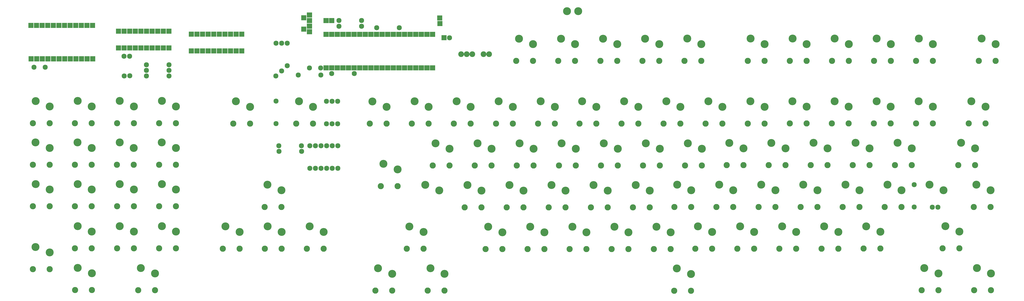
<source format=gbr>
%FSLAX34Y34*%
%MOMM*%
%LNSOLDERMASK_TOP*%
G71*
G01*
%ADD10C,3.600*%
%ADD11C,2.800*%
%ADD12C,2.300*%
%ADD13C,2.600*%
%LPD*%
X3129756Y-43255D02*
G54D10*
D03*
X3193653Y-68258D02*
G54D10*
D03*
X3193653Y-144458D02*
G54D11*
D03*
X3117453Y-144458D02*
G54D11*
D03*
X3320470Y-43199D02*
G54D10*
D03*
X3384366Y-68203D02*
G54D10*
D03*
X3384366Y-144402D02*
G54D11*
D03*
X3308166Y-144402D02*
G54D11*
D03*
X3320470Y-43199D02*
G54D10*
D03*
X3384366Y-68203D02*
G54D10*
D03*
X3384366Y-144402D02*
G54D11*
D03*
X3308166Y-144402D02*
G54D11*
D03*
X3511182Y-43144D02*
G54D10*
D03*
X3575079Y-68147D02*
G54D10*
D03*
X3575079Y-144347D02*
G54D11*
D03*
X3498879Y-144347D02*
G54D11*
D03*
X3511182Y-43144D02*
G54D10*
D03*
X3575079Y-68147D02*
G54D10*
D03*
X3575079Y-144347D02*
G54D11*
D03*
X3498879Y-144347D02*
G54D11*
D03*
X3701896Y-43089D02*
G54D10*
D03*
X3765792Y-68092D02*
G54D10*
D03*
X3765792Y-144292D02*
G54D11*
D03*
X3689592Y-144292D02*
G54D11*
D03*
X3701896Y-43089D02*
G54D10*
D03*
X3765792Y-68092D02*
G54D10*
D03*
X3765792Y-144292D02*
G54D11*
D03*
X3689592Y-144292D02*
G54D11*
D03*
X3892609Y-43033D02*
G54D10*
D03*
X3956505Y-68036D02*
G54D10*
D03*
X3956505Y-144236D02*
G54D11*
D03*
X3880305Y-144236D02*
G54D11*
D03*
X3129756Y-43255D02*
G54D10*
D03*
X3193653Y-68258D02*
G54D10*
D03*
X3193653Y-144458D02*
G54D11*
D03*
X3117453Y-144458D02*
G54D11*
D03*
X3129756Y-43255D02*
G54D10*
D03*
X3193653Y-68258D02*
G54D10*
D03*
X3193653Y-144458D02*
G54D11*
D03*
X3117453Y-144458D02*
G54D11*
D03*
X3320470Y-43200D02*
G54D10*
D03*
X3384366Y-68203D02*
G54D10*
D03*
X3384366Y-144403D02*
G54D11*
D03*
X3308166Y-144403D02*
G54D11*
D03*
X2178786Y-45064D02*
G54D10*
D03*
X2242682Y-70067D02*
G54D10*
D03*
X2242682Y-146267D02*
G54D11*
D03*
X2166482Y-146267D02*
G54D11*
D03*
X2369499Y-45009D02*
G54D10*
D03*
X2433396Y-70012D02*
G54D10*
D03*
X2433396Y-146212D02*
G54D11*
D03*
X2357196Y-146212D02*
G54D11*
D03*
X2369499Y-45009D02*
G54D10*
D03*
X2433396Y-70012D02*
G54D10*
D03*
X2433396Y-146212D02*
G54D11*
D03*
X2357196Y-146212D02*
G54D11*
D03*
X2560212Y-44953D02*
G54D10*
D03*
X2624108Y-69956D02*
G54D10*
D03*
X2624108Y-146156D02*
G54D11*
D03*
X2547908Y-146156D02*
G54D11*
D03*
X2560212Y-44953D02*
G54D10*
D03*
X2624108Y-69956D02*
G54D10*
D03*
X2624108Y-146156D02*
G54D11*
D03*
X2547908Y-146156D02*
G54D11*
D03*
X2750925Y-44898D02*
G54D10*
D03*
X2814822Y-69901D02*
G54D10*
D03*
X2814822Y-146101D02*
G54D11*
D03*
X2738622Y-146101D02*
G54D11*
D03*
X2750925Y-44898D02*
G54D10*
D03*
X2814822Y-69901D02*
G54D10*
D03*
X2814822Y-146101D02*
G54D11*
D03*
X2738622Y-146101D02*
G54D11*
D03*
X2941638Y-44842D02*
G54D10*
D03*
X3005534Y-69846D02*
G54D10*
D03*
X3005534Y-146046D02*
G54D11*
D03*
X2929334Y-146046D02*
G54D11*
D03*
X2178786Y-45064D02*
G54D10*
D03*
X2242682Y-70068D02*
G54D10*
D03*
X2242682Y-146267D02*
G54D11*
D03*
X2166482Y-146267D02*
G54D11*
D03*
X2178786Y-45064D02*
G54D10*
D03*
X2242682Y-70068D02*
G54D10*
D03*
X2242682Y-146267D02*
G54D11*
D03*
X2166482Y-146267D02*
G54D11*
D03*
X2369499Y-45009D02*
G54D10*
D03*
X2433396Y-70012D02*
G54D10*
D03*
X2433396Y-146212D02*
G54D11*
D03*
X2357196Y-146212D02*
G54D11*
D03*
X3034052Y-234770D02*
G54D10*
D03*
X3097948Y-259774D02*
G54D10*
D03*
X3097948Y-335974D02*
G54D11*
D03*
X3021748Y-335974D02*
G54D11*
D03*
X3034052Y-234770D02*
G54D10*
D03*
X3097948Y-259774D02*
G54D10*
D03*
X3097948Y-335974D02*
G54D11*
D03*
X3021748Y-335974D02*
G54D11*
D03*
X3034052Y-234770D02*
G54D10*
D03*
X3097948Y-259774D02*
G54D10*
D03*
X3097948Y-335974D02*
G54D11*
D03*
X3021748Y-335974D02*
G54D11*
D03*
X3035197Y146349D02*
G54D10*
D03*
X3099094Y121346D02*
G54D10*
D03*
X3099094Y45146D02*
G54D11*
D03*
X3022894Y45146D02*
G54D11*
D03*
X3225910Y146404D02*
G54D10*
D03*
X3289806Y121401D02*
G54D10*
D03*
X3289806Y45201D02*
G54D11*
D03*
X3213606Y45201D02*
G54D11*
D03*
X3225910Y146404D02*
G54D10*
D03*
X3289806Y121401D02*
G54D10*
D03*
X3289806Y45201D02*
G54D11*
D03*
X3213606Y45201D02*
G54D11*
D03*
X3416623Y146460D02*
G54D10*
D03*
X3480520Y121456D02*
G54D10*
D03*
X3480520Y45256D02*
G54D11*
D03*
X3404320Y45256D02*
G54D11*
D03*
X3416623Y146460D02*
G54D10*
D03*
X3480520Y121456D02*
G54D10*
D03*
X3480520Y45256D02*
G54D11*
D03*
X3404320Y45256D02*
G54D11*
D03*
X3607336Y146515D02*
G54D10*
D03*
X3671232Y121512D02*
G54D10*
D03*
X3671232Y45312D02*
G54D11*
D03*
X3595032Y45312D02*
G54D11*
D03*
X3607336Y146515D02*
G54D10*
D03*
X3671232Y121512D02*
G54D10*
D03*
X3671232Y45312D02*
G54D11*
D03*
X3595032Y45312D02*
G54D11*
D03*
X3798049Y146570D02*
G54D10*
D03*
X3861946Y121567D02*
G54D10*
D03*
X3861946Y45367D02*
G54D11*
D03*
X3785746Y45367D02*
G54D11*
D03*
X3035197Y146349D02*
G54D10*
D03*
X3099094Y121346D02*
G54D10*
D03*
X3099094Y45146D02*
G54D11*
D03*
X3022894Y45146D02*
G54D11*
D03*
X3035197Y146349D02*
G54D10*
D03*
X3099094Y121346D02*
G54D10*
D03*
X3099094Y45146D02*
G54D11*
D03*
X3022894Y45146D02*
G54D11*
D03*
X3225910Y146404D02*
G54D10*
D03*
X3289806Y121401D02*
G54D10*
D03*
X3289806Y45201D02*
G54D11*
D03*
X3213606Y45201D02*
G54D11*
D03*
X2084226Y144539D02*
G54D10*
D03*
X2148123Y119536D02*
G54D10*
D03*
X2148123Y43336D02*
G54D11*
D03*
X2071923Y43336D02*
G54D11*
D03*
X2274939Y144595D02*
G54D10*
D03*
X2338836Y119592D02*
G54D10*
D03*
X2338836Y43392D02*
G54D11*
D03*
X2262636Y43392D02*
G54D11*
D03*
X2274939Y144595D02*
G54D10*
D03*
X2338836Y119592D02*
G54D10*
D03*
X2338836Y43392D02*
G54D11*
D03*
X2262636Y43392D02*
G54D11*
D03*
X2465652Y144650D02*
G54D10*
D03*
X2529549Y119647D02*
G54D10*
D03*
X2529549Y43447D02*
G54D11*
D03*
X2453349Y43447D02*
G54D11*
D03*
X2465652Y144650D02*
G54D10*
D03*
X2529549Y119647D02*
G54D10*
D03*
X2529549Y43447D02*
G54D11*
D03*
X2453349Y43447D02*
G54D11*
D03*
X2656365Y144706D02*
G54D10*
D03*
X2720262Y119703D02*
G54D10*
D03*
X2720262Y43502D02*
G54D11*
D03*
X2644062Y43502D02*
G54D11*
D03*
X2656365Y144706D02*
G54D10*
D03*
X2720262Y119703D02*
G54D10*
D03*
X2720262Y43502D02*
G54D11*
D03*
X2644062Y43502D02*
G54D11*
D03*
X2847078Y144761D02*
G54D10*
D03*
X2910975Y119758D02*
G54D10*
D03*
X2910975Y43558D02*
G54D11*
D03*
X2834775Y43558D02*
G54D11*
D03*
X2084226Y144539D02*
G54D10*
D03*
X2148123Y119536D02*
G54D10*
D03*
X2148123Y43336D02*
G54D11*
D03*
X2071923Y43336D02*
G54D11*
D03*
X2084226Y144539D02*
G54D10*
D03*
X2148123Y119536D02*
G54D10*
D03*
X2148123Y43336D02*
G54D11*
D03*
X2071923Y43336D02*
G54D11*
D03*
X2274939Y144595D02*
G54D10*
D03*
X2338836Y119592D02*
G54D10*
D03*
X2338836Y43392D02*
G54D11*
D03*
X2262636Y43392D02*
G54D11*
D03*
X3271838Y336554D02*
G54D10*
D03*
X3335734Y311551D02*
G54D10*
D03*
X3335734Y235351D02*
G54D11*
D03*
X3259534Y235351D02*
G54D11*
D03*
X3462551Y336610D02*
G54D10*
D03*
X3526448Y311607D02*
G54D10*
D03*
X3526448Y235407D02*
G54D11*
D03*
X3450248Y235407D02*
G54D11*
D03*
X3462551Y336610D02*
G54D10*
D03*
X3526448Y311607D02*
G54D10*
D03*
X3526448Y235407D02*
G54D11*
D03*
X3450248Y235407D02*
G54D11*
D03*
X3653264Y336665D02*
G54D10*
D03*
X3717160Y311662D02*
G54D10*
D03*
X3717160Y235462D02*
G54D11*
D03*
X3640960Y235462D02*
G54D11*
D03*
X3653264Y336665D02*
G54D10*
D03*
X3717160Y311662D02*
G54D10*
D03*
X3717160Y235462D02*
G54D11*
D03*
X3640960Y235462D02*
G54D11*
D03*
X3843978Y336721D02*
G54D10*
D03*
X3907874Y311718D02*
G54D10*
D03*
X3907874Y235518D02*
G54D11*
D03*
X3831674Y235518D02*
G54D11*
D03*
X3843978Y336721D02*
G54D10*
D03*
X3907874Y311718D02*
G54D10*
D03*
X3907874Y235518D02*
G54D11*
D03*
X3831674Y235518D02*
G54D11*
D03*
X4034691Y336776D02*
G54D10*
D03*
X4098587Y311773D02*
G54D10*
D03*
X4098587Y235573D02*
G54D11*
D03*
X4022387Y235573D02*
G54D11*
D03*
X3271838Y336554D02*
G54D10*
D03*
X3335734Y311551D02*
G54D10*
D03*
X3335734Y235351D02*
G54D11*
D03*
X3259534Y235351D02*
G54D11*
D03*
X3271838Y336554D02*
G54D10*
D03*
X3335734Y311551D02*
G54D10*
D03*
X3335734Y235351D02*
G54D11*
D03*
X3259534Y235351D02*
G54D11*
D03*
X3462551Y336610D02*
G54D10*
D03*
X3526448Y311607D02*
G54D10*
D03*
X3526448Y235407D02*
G54D11*
D03*
X3450248Y235407D02*
G54D11*
D03*
X2320867Y334745D02*
G54D10*
D03*
X2384764Y309742D02*
G54D10*
D03*
X2384764Y233542D02*
G54D11*
D03*
X2308564Y233542D02*
G54D11*
D03*
X2511580Y334801D02*
G54D10*
D03*
X2575477Y309797D02*
G54D10*
D03*
X2575477Y233598D02*
G54D11*
D03*
X2499277Y233598D02*
G54D11*
D03*
X2511580Y334801D02*
G54D10*
D03*
X2575477Y309797D02*
G54D10*
D03*
X2575477Y233598D02*
G54D11*
D03*
X2499277Y233598D02*
G54D11*
D03*
X2702293Y334856D02*
G54D10*
D03*
X2766190Y309853D02*
G54D10*
D03*
X2766190Y233653D02*
G54D11*
D03*
X2689990Y233653D02*
G54D11*
D03*
X2702293Y334856D02*
G54D10*
D03*
X2766190Y309853D02*
G54D10*
D03*
X2766190Y233653D02*
G54D11*
D03*
X2689990Y233653D02*
G54D11*
D03*
X2893006Y334911D02*
G54D10*
D03*
X2956903Y309908D02*
G54D10*
D03*
X2956903Y233708D02*
G54D11*
D03*
X2880703Y233708D02*
G54D11*
D03*
X2893006Y334911D02*
G54D10*
D03*
X2956903Y309908D02*
G54D10*
D03*
X2956903Y233708D02*
G54D11*
D03*
X2880703Y233708D02*
G54D11*
D03*
X3083719Y334967D02*
G54D10*
D03*
X3147616Y309964D02*
G54D10*
D03*
X3147616Y233764D02*
G54D11*
D03*
X3071416Y233764D02*
G54D11*
D03*
X2320867Y334745D02*
G54D10*
D03*
X2384764Y309742D02*
G54D10*
D03*
X2384764Y233542D02*
G54D11*
D03*
X2308564Y233542D02*
G54D11*
D03*
X2320867Y334745D02*
G54D10*
D03*
X2384764Y309742D02*
G54D10*
D03*
X2384764Y233542D02*
G54D11*
D03*
X2308564Y233542D02*
G54D11*
D03*
X2511580Y334800D02*
G54D10*
D03*
X2575477Y309797D02*
G54D10*
D03*
X2575477Y233597D02*
G54D11*
D03*
X2499277Y233597D02*
G54D11*
D03*
X1939441Y334634D02*
G54D10*
D03*
X2003338Y309631D02*
G54D10*
D03*
X2003338Y233431D02*
G54D11*
D03*
X1927138Y233431D02*
G54D11*
D03*
X1939441Y334634D02*
G54D10*
D03*
X2003338Y309631D02*
G54D10*
D03*
X2003338Y233431D02*
G54D11*
D03*
X1927138Y233431D02*
G54D11*
D03*
X2130154Y334690D02*
G54D10*
D03*
X2194051Y309686D02*
G54D10*
D03*
X2194051Y233486D02*
G54D11*
D03*
X2117851Y233486D02*
G54D11*
D03*
X2130154Y334690D02*
G54D10*
D03*
X2194051Y309686D02*
G54D10*
D03*
X2194051Y233486D02*
G54D11*
D03*
X2117851Y233486D02*
G54D11*
D03*
X2320867Y334745D02*
G54D10*
D03*
X2384764Y309742D02*
G54D10*
D03*
X2384764Y233542D02*
G54D11*
D03*
X2308564Y233542D02*
G54D11*
D03*
X2320867Y334745D02*
G54D10*
D03*
X2384764Y309742D02*
G54D10*
D03*
X2384764Y233542D02*
G54D11*
D03*
X2308564Y233542D02*
G54D11*
D03*
X1939441Y334634D02*
G54D10*
D03*
X2003338Y309631D02*
G54D10*
D03*
X2003338Y233431D02*
G54D11*
D03*
X1927138Y233431D02*
G54D11*
D03*
X3558198Y525919D02*
G54D10*
D03*
X3622094Y500916D02*
G54D10*
D03*
X3622094Y424716D02*
G54D11*
D03*
X3545894Y424716D02*
G54D11*
D03*
X3558198Y525919D02*
G54D10*
D03*
X3622094Y500916D02*
G54D10*
D03*
X3622094Y424716D02*
G54D11*
D03*
X3545894Y424716D02*
G54D11*
D03*
X3748910Y525975D02*
G54D10*
D03*
X3812807Y500972D02*
G54D10*
D03*
X3812807Y424772D02*
G54D11*
D03*
X3736607Y424772D02*
G54D11*
D03*
X3748910Y525975D02*
G54D10*
D03*
X3812807Y500972D02*
G54D10*
D03*
X3812807Y424772D02*
G54D11*
D03*
X3736607Y424772D02*
G54D11*
D03*
X3939624Y526030D02*
G54D10*
D03*
X4003521Y501027D02*
G54D10*
D03*
X4003521Y424827D02*
G54D11*
D03*
X3927321Y424827D02*
G54D11*
D03*
X3939624Y526030D02*
G54D10*
D03*
X4003521Y501027D02*
G54D10*
D03*
X4003521Y424827D02*
G54D11*
D03*
X3927321Y424827D02*
G54D11*
D03*
X4130338Y526086D02*
G54D10*
D03*
X4194234Y501082D02*
G54D10*
D03*
X4194234Y424882D02*
G54D11*
D03*
X4118034Y424882D02*
G54D11*
D03*
X3367484Y525864D02*
G54D10*
D03*
X3431381Y500861D02*
G54D10*
D03*
X3431381Y424661D02*
G54D11*
D03*
X3355181Y424661D02*
G54D11*
D03*
X3367484Y525864D02*
G54D10*
D03*
X3431381Y500861D02*
G54D10*
D03*
X3431381Y424661D02*
G54D11*
D03*
X3355181Y424661D02*
G54D11*
D03*
X3558198Y525919D02*
G54D10*
D03*
X3622094Y500916D02*
G54D10*
D03*
X3622094Y424716D02*
G54D11*
D03*
X3545894Y424716D02*
G54D11*
D03*
X2795345Y525698D02*
G54D10*
D03*
X2859242Y500694D02*
G54D10*
D03*
X2859242Y424494D02*
G54D11*
D03*
X2783042Y424494D02*
G54D11*
D03*
X2795345Y525698D02*
G54D10*
D03*
X2859242Y500694D02*
G54D10*
D03*
X2859242Y424494D02*
G54D11*
D03*
X2783042Y424494D02*
G54D11*
D03*
X2986058Y525753D02*
G54D10*
D03*
X3049954Y500750D02*
G54D10*
D03*
X3049954Y424550D02*
G54D11*
D03*
X2973754Y424550D02*
G54D11*
D03*
X2986058Y525753D02*
G54D10*
D03*
X3049954Y500750D02*
G54D10*
D03*
X3049954Y424550D02*
G54D11*
D03*
X2973754Y424550D02*
G54D11*
D03*
X3176772Y525808D02*
G54D10*
D03*
X3240668Y500805D02*
G54D10*
D03*
X3240668Y424605D02*
G54D11*
D03*
X3164468Y424605D02*
G54D11*
D03*
X3176772Y525808D02*
G54D10*
D03*
X3240668Y500805D02*
G54D10*
D03*
X3240668Y424605D02*
G54D11*
D03*
X3164468Y424605D02*
G54D11*
D03*
X3367485Y525864D02*
G54D10*
D03*
X3431381Y500861D02*
G54D10*
D03*
X3431381Y424661D02*
G54D11*
D03*
X3355181Y424661D02*
G54D11*
D03*
X2604632Y525642D02*
G54D10*
D03*
X2668528Y500639D02*
G54D10*
D03*
X2668528Y424439D02*
G54D11*
D03*
X2592328Y424439D02*
G54D11*
D03*
X2604632Y525642D02*
G54D10*
D03*
X2668528Y500639D02*
G54D10*
D03*
X2668528Y424439D02*
G54D11*
D03*
X2592328Y424439D02*
G54D11*
D03*
X2795345Y525698D02*
G54D10*
D03*
X2859242Y500694D02*
G54D10*
D03*
X2859242Y424494D02*
G54D11*
D03*
X2783042Y424494D02*
G54D11*
D03*
X1844770Y525476D02*
G54D10*
D03*
X1908667Y500472D02*
G54D10*
D03*
X1908667Y424273D02*
G54D11*
D03*
X1832467Y424273D02*
G54D11*
D03*
X1844770Y525476D02*
G54D10*
D03*
X1908667Y500472D02*
G54D10*
D03*
X1908667Y424273D02*
G54D11*
D03*
X1832467Y424273D02*
G54D11*
D03*
X2035483Y525531D02*
G54D10*
D03*
X2099380Y500528D02*
G54D10*
D03*
X2099380Y424328D02*
G54D11*
D03*
X2023180Y424328D02*
G54D11*
D03*
X2035483Y525531D02*
G54D10*
D03*
X2099380Y500528D02*
G54D10*
D03*
X2099380Y424328D02*
G54D11*
D03*
X2023180Y424328D02*
G54D11*
D03*
X2226197Y525586D02*
G54D10*
D03*
X2290093Y500584D02*
G54D10*
D03*
X2290093Y424383D02*
G54D11*
D03*
X2213894Y424383D02*
G54D11*
D03*
X2226197Y525586D02*
G54D10*
D03*
X2290093Y500584D02*
G54D10*
D03*
X2290093Y424383D02*
G54D11*
D03*
X2213894Y424383D02*
G54D11*
D03*
X2416910Y525642D02*
G54D10*
D03*
X2480806Y500639D02*
G54D10*
D03*
X2480806Y424439D02*
G54D11*
D03*
X2404606Y424439D02*
G54D11*
D03*
X1654057Y525420D02*
G54D10*
D03*
X1717954Y500417D02*
G54D10*
D03*
X1717954Y424217D02*
G54D11*
D03*
X1641754Y424217D02*
G54D11*
D03*
X1654057Y525420D02*
G54D10*
D03*
X1717954Y500417D02*
G54D10*
D03*
X1717954Y424217D02*
G54D11*
D03*
X1641754Y424217D02*
G54D11*
D03*
X1844770Y525476D02*
G54D10*
D03*
X1908667Y500472D02*
G54D10*
D03*
X1908667Y424272D02*
G54D11*
D03*
X1832467Y424272D02*
G54D11*
D03*
X1703726Y241083D02*
G54D10*
D03*
X1767623Y216080D02*
G54D10*
D03*
X1767623Y139880D02*
G54D11*
D03*
X1691423Y139880D02*
G54D11*
D03*
X1703726Y241083D02*
G54D10*
D03*
X1767623Y216079D02*
G54D10*
D03*
X1767623Y139880D02*
G54D11*
D03*
X1691423Y139880D02*
G54D11*
D03*
X1703726Y241083D02*
G54D10*
D03*
X1767623Y216079D02*
G54D10*
D03*
X1767623Y139880D02*
G54D11*
D03*
X1691423Y139880D02*
G54D11*
D03*
X1893036Y145436D02*
G54D10*
D03*
X1956932Y120433D02*
G54D10*
D03*
X1893036Y145436D02*
G54D10*
D03*
X1956932Y120432D02*
G54D10*
D03*
X1893036Y145436D02*
G54D10*
D03*
X1956932Y120432D02*
G54D10*
D03*
X1821598Y-43874D02*
G54D10*
D03*
X1885495Y-68877D02*
G54D10*
D03*
X1885495Y-145077D02*
G54D11*
D03*
X1809295Y-145077D02*
G54D11*
D03*
X1821598Y-43874D02*
G54D10*
D03*
X1885495Y-68877D02*
G54D10*
D03*
X1885495Y-145077D02*
G54D11*
D03*
X1809295Y-145077D02*
G54D11*
D03*
X1821598Y-43874D02*
G54D10*
D03*
X1885495Y-68877D02*
G54D10*
D03*
X1885495Y-145077D02*
G54D11*
D03*
X1809295Y-145077D02*
G54D11*
D03*
X1916848Y-233977D02*
G54D10*
D03*
X1980745Y-258980D02*
G54D10*
D03*
X1980745Y-335180D02*
G54D11*
D03*
X1904545Y-335180D02*
G54D11*
D03*
X1916848Y-233977D02*
G54D10*
D03*
X1980745Y-258980D02*
G54D10*
D03*
X1980745Y-335180D02*
G54D11*
D03*
X1904545Y-335180D02*
G54D11*
D03*
X1916848Y-233977D02*
G54D10*
D03*
X1980745Y-258980D02*
G54D10*
D03*
X1980745Y-335180D02*
G54D11*
D03*
X1904545Y-335180D02*
G54D11*
D03*
X1679120Y-233580D02*
G54D10*
D03*
X1743017Y-258583D02*
G54D10*
D03*
X1743017Y-334783D02*
G54D11*
D03*
X1666817Y-334783D02*
G54D11*
D03*
X1679120Y-233580D02*
G54D10*
D03*
X1743017Y-258583D02*
G54D10*
D03*
X1743017Y-334783D02*
G54D11*
D03*
X1666817Y-334783D02*
G54D11*
D03*
X1679120Y-233580D02*
G54D10*
D03*
X1743017Y-258583D02*
G54D10*
D03*
X1743017Y-334783D02*
G54D11*
D03*
X1666817Y-334783D02*
G54D11*
D03*
X4155620Y-232389D02*
G54D10*
D03*
X4219518Y-257392D02*
G54D10*
D03*
X4219518Y-333592D02*
G54D11*
D03*
X4143317Y-333592D02*
G54D11*
D03*
X4155620Y-232389D02*
G54D10*
D03*
X4219518Y-257392D02*
G54D10*
D03*
X4219518Y-333592D02*
G54D11*
D03*
X4143317Y-333592D02*
G54D11*
D03*
X4155620Y-232389D02*
G54D10*
D03*
X4219518Y-257392D02*
G54D10*
D03*
X4219518Y-333592D02*
G54D11*
D03*
X4143317Y-333592D02*
G54D11*
D03*
X4394142Y-232389D02*
G54D10*
D03*
X4458040Y-257392D02*
G54D10*
D03*
X4458040Y-333592D02*
G54D11*
D03*
X4381839Y-333592D02*
G54D11*
D03*
X4394142Y-232389D02*
G54D10*
D03*
X4458040Y-257392D02*
G54D10*
D03*
X4458040Y-333592D02*
G54D11*
D03*
X4381839Y-333592D02*
G54D11*
D03*
X4394142Y-232389D02*
G54D10*
D03*
X4458040Y-257392D02*
G54D10*
D03*
X4458040Y-333592D02*
G54D11*
D03*
X4381839Y-333592D02*
G54D11*
D03*
X4250870Y-41889D02*
G54D10*
D03*
X4314768Y-66892D02*
G54D10*
D03*
X4314768Y-143092D02*
G54D11*
D03*
X4238567Y-143092D02*
G54D11*
D03*
X4250870Y-41889D02*
G54D10*
D03*
X4314768Y-66892D02*
G54D10*
D03*
X4314768Y-143092D02*
G54D11*
D03*
X4238567Y-143092D02*
G54D11*
D03*
X4250870Y-41889D02*
G54D10*
D03*
X4314768Y-66892D02*
G54D10*
D03*
X4314768Y-143092D02*
G54D11*
D03*
X4238567Y-143092D02*
G54D11*
D03*
X3988549Y146570D02*
G54D10*
D03*
X4052447Y121567D02*
G54D10*
D03*
X4052447Y45367D02*
G54D11*
D03*
X3976246Y45367D02*
G54D11*
D03*
X3988549Y146570D02*
G54D10*
D03*
X4052447Y121567D02*
G54D10*
D03*
X4052447Y45367D02*
G54D11*
D03*
X3976246Y45367D02*
G54D11*
D03*
X3988549Y146570D02*
G54D10*
D03*
X4052447Y121567D02*
G54D10*
D03*
X4052447Y45367D02*
G54D11*
D03*
X3976246Y45367D02*
G54D11*
D03*
X4179049Y146570D02*
G54D10*
D03*
X4242947Y121567D02*
G54D10*
D03*
X4179049Y146570D02*
G54D10*
D03*
X4242947Y121567D02*
G54D10*
D03*
X4179049Y146570D02*
G54D10*
D03*
X4242947Y121567D02*
G54D10*
D03*
X4392171Y146570D02*
G54D10*
D03*
X4456069Y121567D02*
G54D10*
D03*
X4456069Y45368D02*
G54D11*
D03*
X4379868Y45368D02*
G54D11*
D03*
X4392171Y146570D02*
G54D10*
D03*
X4456069Y121567D02*
G54D10*
D03*
X4456069Y45368D02*
G54D11*
D03*
X4379868Y45368D02*
G54D11*
D03*
X4392171Y146570D02*
G54D10*
D03*
X4456069Y121567D02*
G54D10*
D03*
X4456069Y45368D02*
G54D11*
D03*
X4379868Y45368D02*
G54D11*
D03*
X4322028Y336776D02*
G54D10*
D03*
X4385927Y311773D02*
G54D10*
D03*
X4385927Y235573D02*
G54D11*
D03*
X4309725Y235573D02*
G54D11*
D03*
X4322028Y336776D02*
G54D10*
D03*
X4385927Y311773D02*
G54D10*
D03*
X4385927Y235573D02*
G54D11*
D03*
X4309725Y235573D02*
G54D11*
D03*
X4322028Y336776D02*
G54D10*
D03*
X4385927Y311773D02*
G54D10*
D03*
X4385927Y235573D02*
G54D11*
D03*
X4309725Y235573D02*
G54D11*
D03*
X4369257Y526086D02*
G54D10*
D03*
X4433156Y501082D02*
G54D10*
D03*
X4433156Y424883D02*
G54D11*
D03*
X4356954Y424883D02*
G54D11*
D03*
X4369257Y526086D02*
G54D10*
D03*
X4433156Y501082D02*
G54D10*
D03*
X4433156Y424883D02*
G54D11*
D03*
X4356954Y424883D02*
G54D11*
D03*
X4369257Y526086D02*
G54D10*
D03*
X4433156Y501082D02*
G54D10*
D03*
X4433156Y424883D02*
G54D11*
D03*
X4356954Y424883D02*
G54D11*
D03*
X3558594Y810876D02*
G54D10*
D03*
X3622491Y785872D02*
G54D10*
D03*
X3622491Y709672D02*
G54D11*
D03*
X3546291Y709672D02*
G54D11*
D03*
X3558594Y810876D02*
G54D10*
D03*
X3622491Y785872D02*
G54D10*
D03*
X3622491Y709672D02*
G54D11*
D03*
X3546291Y709672D02*
G54D11*
D03*
X3749308Y810931D02*
G54D10*
D03*
X3813204Y785928D02*
G54D10*
D03*
X3813204Y709728D02*
G54D11*
D03*
X3737004Y709728D02*
G54D11*
D03*
X3749308Y810931D02*
G54D10*
D03*
X3813204Y785928D02*
G54D10*
D03*
X3813204Y709728D02*
G54D11*
D03*
X3737004Y709728D02*
G54D11*
D03*
X3940021Y810986D02*
G54D10*
D03*
X4003917Y785983D02*
G54D10*
D03*
X4003917Y709783D02*
G54D11*
D03*
X3927717Y709783D02*
G54D11*
D03*
X3940021Y810986D02*
G54D10*
D03*
X4003917Y785983D02*
G54D10*
D03*
X4003917Y709783D02*
G54D11*
D03*
X3927717Y709783D02*
G54D11*
D03*
X4130734Y811042D02*
G54D10*
D03*
X4194629Y786039D02*
G54D10*
D03*
X4194629Y709839D02*
G54D11*
D03*
X4118430Y709839D02*
G54D11*
D03*
X3367882Y810820D02*
G54D10*
D03*
X3431778Y785817D02*
G54D10*
D03*
X3431778Y709617D02*
G54D11*
D03*
X3355578Y709617D02*
G54D11*
D03*
X3367882Y810820D02*
G54D10*
D03*
X3431778Y785817D02*
G54D10*
D03*
X3431778Y709617D02*
G54D11*
D03*
X3355578Y709617D02*
G54D11*
D03*
X3558594Y810876D02*
G54D10*
D03*
X3622491Y785872D02*
G54D10*
D03*
X3622491Y709672D02*
G54D11*
D03*
X3546291Y709672D02*
G54D11*
D03*
X2508802Y810654D02*
G54D10*
D03*
X2572699Y785650D02*
G54D10*
D03*
X2572699Y709451D02*
G54D11*
D03*
X2496499Y709451D02*
G54D11*
D03*
X2508802Y810654D02*
G54D10*
D03*
X2572699Y785650D02*
G54D10*
D03*
X2572699Y709451D02*
G54D11*
D03*
X2496499Y709451D02*
G54D11*
D03*
X2699516Y810709D02*
G54D10*
D03*
X2763412Y785706D02*
G54D10*
D03*
X2763412Y709506D02*
G54D11*
D03*
X2687212Y709506D02*
G54D11*
D03*
X2699516Y810709D02*
G54D10*
D03*
X2763412Y785706D02*
G54D10*
D03*
X2763412Y709506D02*
G54D11*
D03*
X2687212Y709506D02*
G54D11*
D03*
X2890229Y810764D02*
G54D10*
D03*
X2954125Y785762D02*
G54D10*
D03*
X2954125Y709561D02*
G54D11*
D03*
X2877925Y709561D02*
G54D11*
D03*
X2890229Y810764D02*
G54D10*
D03*
X2954125Y785762D02*
G54D10*
D03*
X2954125Y709561D02*
G54D11*
D03*
X2877925Y709561D02*
G54D11*
D03*
X3080942Y810820D02*
G54D10*
D03*
X3144838Y785817D02*
G54D10*
D03*
X3144838Y709617D02*
G54D11*
D03*
X3068638Y709617D02*
G54D11*
D03*
X2318090Y810598D02*
G54D10*
D03*
X2381986Y785595D02*
G54D10*
D03*
X2381986Y709395D02*
G54D11*
D03*
X2305786Y709395D02*
G54D11*
D03*
X2318090Y810598D02*
G54D10*
D03*
X2381986Y785595D02*
G54D10*
D03*
X2381986Y709395D02*
G54D11*
D03*
X2305786Y709395D02*
G54D11*
D03*
X2508802Y810654D02*
G54D10*
D03*
X2572699Y785650D02*
G54D10*
D03*
X2572699Y709450D02*
G54D11*
D03*
X2496499Y709450D02*
G54D11*
D03*
X1320742Y525642D02*
G54D10*
D03*
X1384639Y500639D02*
G54D10*
D03*
X1384639Y424439D02*
G54D11*
D03*
X1308439Y424439D02*
G54D11*
D03*
X1320742Y525642D02*
G54D10*
D03*
X1384639Y500639D02*
G54D10*
D03*
X1384639Y424439D02*
G54D11*
D03*
X1308439Y424439D02*
G54D11*
D03*
X1320742Y525642D02*
G54D10*
D03*
X1384639Y500639D02*
G54D10*
D03*
X1384639Y424439D02*
G54D11*
D03*
X1308439Y424439D02*
G54D11*
D03*
X1034992Y525642D02*
G54D10*
D03*
X1098889Y500639D02*
G54D10*
D03*
X1098889Y424439D02*
G54D11*
D03*
X1022689Y424439D02*
G54D11*
D03*
X1034992Y525642D02*
G54D10*
D03*
X1098889Y500639D02*
G54D10*
D03*
X1098889Y424439D02*
G54D11*
D03*
X1022689Y424439D02*
G54D11*
D03*
X1034992Y525642D02*
G54D10*
D03*
X1098889Y500639D02*
G54D10*
D03*
X1098889Y424439D02*
G54D11*
D03*
X1022689Y424439D02*
G54D11*
D03*
X508426Y527165D02*
G54D10*
D03*
X572323Y502162D02*
G54D10*
D03*
X572323Y425962D02*
G54D11*
D03*
X496123Y425962D02*
G54D11*
D03*
X699140Y527221D02*
G54D10*
D03*
X763036Y502218D02*
G54D10*
D03*
X763036Y426018D02*
G54D11*
D03*
X686836Y426018D02*
G54D11*
D03*
X126816Y527110D02*
G54D10*
D03*
X190713Y502107D02*
G54D10*
D03*
X190713Y425907D02*
G54D11*
D03*
X114513Y425907D02*
G54D11*
D03*
X317530Y527165D02*
G54D10*
D03*
X381426Y502162D02*
G54D10*
D03*
X381426Y425962D02*
G54D11*
D03*
X305226Y425962D02*
G54D11*
D03*
X508030Y338650D02*
G54D10*
D03*
X571926Y313647D02*
G54D10*
D03*
X571926Y237447D02*
G54D11*
D03*
X495726Y237447D02*
G54D11*
D03*
X698742Y338705D02*
G54D10*
D03*
X762639Y313702D02*
G54D10*
D03*
X762639Y237502D02*
G54D11*
D03*
X686439Y237502D02*
G54D11*
D03*
X126419Y338594D02*
G54D10*
D03*
X190316Y313591D02*
G54D10*
D03*
X190316Y237391D02*
G54D11*
D03*
X114116Y237391D02*
G54D11*
D03*
X317132Y338650D02*
G54D10*
D03*
X381029Y313647D02*
G54D10*
D03*
X381029Y237447D02*
G54D11*
D03*
X304829Y237447D02*
G54D11*
D03*
X508426Y149340D02*
G54D10*
D03*
X572323Y124337D02*
G54D10*
D03*
X572323Y48137D02*
G54D11*
D03*
X496123Y48137D02*
G54D11*
D03*
X699140Y149396D02*
G54D10*
D03*
X763036Y124393D02*
G54D10*
D03*
X763036Y48193D02*
G54D11*
D03*
X686836Y48193D02*
G54D11*
D03*
X126816Y149285D02*
G54D10*
D03*
X190713Y124282D02*
G54D10*
D03*
X190713Y48082D02*
G54D11*
D03*
X114513Y48082D02*
G54D11*
D03*
X317530Y149340D02*
G54D10*
D03*
X381426Y124337D02*
G54D10*
D03*
X381426Y48137D02*
G54D11*
D03*
X305226Y48137D02*
G54D11*
D03*
X508426Y-41953D02*
G54D10*
D03*
X572323Y-66956D02*
G54D10*
D03*
X572323Y-143156D02*
G54D11*
D03*
X496123Y-143156D02*
G54D11*
D03*
X699140Y-41898D02*
G54D10*
D03*
X763036Y-66901D02*
G54D10*
D03*
X763036Y-143101D02*
G54D11*
D03*
X686836Y-143101D02*
G54D11*
D03*
X317530Y-41953D02*
G54D10*
D03*
X381426Y-66956D02*
G54D10*
D03*
X381426Y-143156D02*
G54D11*
D03*
X305226Y-143156D02*
G54D11*
D03*
X1178351Y-43144D02*
G54D10*
D03*
X1242248Y-68147D02*
G54D10*
D03*
X1242248Y-144347D02*
G54D11*
D03*
X1166048Y-144347D02*
G54D11*
D03*
X1369065Y-43089D02*
G54D10*
D03*
X1432961Y-68092D02*
G54D10*
D03*
X1432961Y-144292D02*
G54D11*
D03*
X1356761Y-144292D02*
G54D11*
D03*
X987454Y-43144D02*
G54D10*
D03*
X1051351Y-68147D02*
G54D10*
D03*
X1051351Y-144347D02*
G54D11*
D03*
X975151Y-144347D02*
G54D11*
D03*
X603986Y-232389D02*
G54D10*
D03*
X667883Y-257392D02*
G54D10*
D03*
X667883Y-333592D02*
G54D11*
D03*
X591683Y-333592D02*
G54D11*
D03*
X603986Y-232389D02*
G54D10*
D03*
X667883Y-257392D02*
G54D10*
D03*
X667883Y-333592D02*
G54D11*
D03*
X591683Y-333592D02*
G54D11*
D03*
X603986Y-232389D02*
G54D10*
D03*
X667883Y-257392D02*
G54D10*
D03*
X667883Y-333592D02*
G54D11*
D03*
X591683Y-333592D02*
G54D11*
D03*
X317839Y-231596D02*
G54D10*
D03*
X381736Y-256599D02*
G54D10*
D03*
X381736Y-332799D02*
G54D11*
D03*
X305536Y-332799D02*
G54D11*
D03*
X317839Y-231596D02*
G54D10*
D03*
X381736Y-256599D02*
G54D10*
D03*
X381736Y-332799D02*
G54D11*
D03*
X305536Y-332799D02*
G54D11*
D03*
X317839Y-231596D02*
G54D10*
D03*
X381736Y-256599D02*
G54D10*
D03*
X381736Y-332799D02*
G54D11*
D03*
X305536Y-332799D02*
G54D11*
D03*
X126545Y-136742D02*
G54D10*
D03*
X190442Y-161746D02*
G54D10*
D03*
X190442Y-237946D02*
G54D11*
D03*
X114242Y-237946D02*
G54D11*
D03*
X126545Y-136742D02*
G54D10*
D03*
X190442Y-161746D02*
G54D10*
D03*
X190442Y-237946D02*
G54D11*
D03*
X114242Y-237946D02*
G54D11*
D03*
X126545Y-136742D02*
G54D10*
D03*
X190442Y-161746D02*
G54D10*
D03*
X190442Y-237946D02*
G54D11*
D03*
X114242Y-237946D02*
G54D11*
D03*
X1177867Y146230D02*
G54D10*
D03*
X1241764Y121226D02*
G54D10*
D03*
X1241764Y45026D02*
G54D11*
D03*
X1165564Y45026D02*
G54D11*
D03*
X1177867Y146230D02*
G54D10*
D03*
X1241764Y121226D02*
G54D10*
D03*
X1241764Y45026D02*
G54D11*
D03*
X1165564Y45026D02*
G54D11*
D03*
X1177867Y146230D02*
G54D10*
D03*
X1241764Y121226D02*
G54D10*
D03*
X1241764Y45026D02*
G54D11*
D03*
X1165564Y45026D02*
G54D11*
D03*
X4415176Y810995D02*
G54D10*
D03*
X4479073Y785992D02*
G54D10*
D03*
X4479073Y709792D02*
G54D11*
D03*
X4402873Y709792D02*
G54D11*
D03*
X4415176Y810995D02*
G54D10*
D03*
X4479073Y785992D02*
G54D10*
D03*
X4479073Y709792D02*
G54D11*
D03*
X4402873Y709792D02*
G54D11*
D03*
X4415176Y810995D02*
G54D10*
D03*
X4479073Y785992D02*
G54D10*
D03*
X4479073Y709792D02*
G54D11*
D03*
X4402873Y709792D02*
G54D11*
D03*
G36*
X1432228Y841568D02*
X1455228Y841568D01*
X1455228Y818568D01*
X1432228Y818568D01*
X1432228Y841568D01*
G37*
G36*
X1457628Y841568D02*
X1480628Y841568D01*
X1480628Y818568D01*
X1457628Y818568D01*
X1457628Y841568D01*
G37*
G36*
X1483028Y841568D02*
X1506028Y841568D01*
X1506028Y818568D01*
X1483028Y818568D01*
X1483028Y841568D01*
G37*
G36*
X1508428Y841568D02*
X1531428Y841568D01*
X1531428Y818568D01*
X1508428Y818568D01*
X1508428Y841568D01*
G37*
G36*
X1533828Y841568D02*
X1556828Y841568D01*
X1556828Y818568D01*
X1533828Y818568D01*
X1533828Y841568D01*
G37*
G36*
X1559228Y841568D02*
X1582228Y841568D01*
X1582228Y818568D01*
X1559228Y818568D01*
X1559228Y841568D01*
G37*
G36*
X1584628Y841568D02*
X1607628Y841568D01*
X1607628Y818568D01*
X1584628Y818568D01*
X1584628Y841568D01*
G37*
G36*
X1610028Y841568D02*
X1633028Y841568D01*
X1633028Y818568D01*
X1610028Y818568D01*
X1610028Y841568D01*
G37*
G36*
X1635428Y841568D02*
X1658428Y841568D01*
X1658428Y818568D01*
X1635428Y818568D01*
X1635428Y841568D01*
G37*
G36*
X1660828Y841568D02*
X1683828Y841568D01*
X1683828Y818568D01*
X1660828Y818568D01*
X1660828Y841568D01*
G37*
G36*
X1686228Y841568D02*
X1709228Y841568D01*
X1709228Y818568D01*
X1686228Y818568D01*
X1686228Y841568D01*
G37*
G36*
X1711628Y841568D02*
X1734628Y841568D01*
X1734628Y818568D01*
X1711628Y818568D01*
X1711628Y841568D01*
G37*
G36*
X1737028Y841568D02*
X1760028Y841568D01*
X1760028Y818568D01*
X1737028Y818568D01*
X1737028Y841568D01*
G37*
G36*
X1762428Y841568D02*
X1785428Y841568D01*
X1785428Y818568D01*
X1762428Y818568D01*
X1762428Y841568D01*
G37*
G36*
X1787828Y841568D02*
X1810828Y841568D01*
X1810828Y818568D01*
X1787828Y818568D01*
X1787828Y841568D01*
G37*
G36*
X1813228Y841568D02*
X1836228Y841568D01*
X1836228Y818568D01*
X1813228Y818568D01*
X1813228Y841568D01*
G37*
G36*
X1838628Y841568D02*
X1861628Y841568D01*
X1861628Y818568D01*
X1838628Y818568D01*
X1838628Y841568D01*
G37*
G36*
X1864028Y841568D02*
X1887028Y841568D01*
X1887028Y818568D01*
X1864028Y818568D01*
X1864028Y841568D01*
G37*
G36*
X1889428Y841568D02*
X1912428Y841568D01*
X1912428Y818568D01*
X1889428Y818568D01*
X1889428Y841568D01*
G37*
G36*
X1914828Y689168D02*
X1937828Y689168D01*
X1937828Y666168D01*
X1914828Y666168D01*
X1914828Y689168D01*
G37*
G36*
X1889428Y689168D02*
X1912428Y689168D01*
X1912428Y666168D01*
X1889428Y666168D01*
X1889428Y689168D01*
G37*
G36*
X1864028Y689168D02*
X1887028Y689168D01*
X1887028Y666168D01*
X1864028Y666168D01*
X1864028Y689168D01*
G37*
G36*
X1838628Y689168D02*
X1861628Y689168D01*
X1861628Y666168D01*
X1838628Y666168D01*
X1838628Y689168D01*
G37*
G36*
X1813228Y689168D02*
X1836228Y689168D01*
X1836228Y666168D01*
X1813228Y666168D01*
X1813228Y689168D01*
G37*
G36*
X1787828Y689168D02*
X1810828Y689168D01*
X1810828Y666168D01*
X1787828Y666168D01*
X1787828Y689168D01*
G37*
G36*
X1762428Y689168D02*
X1785428Y689168D01*
X1785428Y666168D01*
X1762428Y666168D01*
X1762428Y689168D01*
G37*
G36*
X1737028Y689168D02*
X1760028Y689168D01*
X1760028Y666168D01*
X1737028Y666168D01*
X1737028Y689168D01*
G37*
G36*
X1711628Y689168D02*
X1734628Y689168D01*
X1734628Y666168D01*
X1711628Y666168D01*
X1711628Y689168D01*
G37*
G36*
X1686228Y689168D02*
X1709228Y689168D01*
X1709228Y666168D01*
X1686228Y666168D01*
X1686228Y689168D01*
G37*
G36*
X1660828Y689168D02*
X1683828Y689168D01*
X1683828Y666168D01*
X1660828Y666168D01*
X1660828Y689168D01*
G37*
G36*
X1635428Y689168D02*
X1658428Y689168D01*
X1658428Y666168D01*
X1635428Y666168D01*
X1635428Y689168D01*
G37*
G36*
X1610028Y689168D02*
X1633028Y689168D01*
X1633028Y666168D01*
X1610028Y666168D01*
X1610028Y689168D01*
G37*
G36*
X1584628Y689168D02*
X1607628Y689168D01*
X1607628Y666168D01*
X1584628Y666168D01*
X1584628Y689168D01*
G37*
G36*
X1559228Y689168D02*
X1582228Y689168D01*
X1582228Y666168D01*
X1559228Y666168D01*
X1559228Y689168D01*
G37*
G36*
X1533828Y689168D02*
X1556828Y689168D01*
X1556828Y666168D01*
X1533828Y666168D01*
X1533828Y689168D01*
G37*
G36*
X1508428Y689168D02*
X1531428Y689168D01*
X1531428Y666168D01*
X1508428Y666168D01*
X1508428Y689168D01*
G37*
G36*
X1483028Y689168D02*
X1506028Y689168D01*
X1506028Y666168D01*
X1483028Y666168D01*
X1483028Y689168D01*
G37*
G36*
X1457628Y689168D02*
X1480628Y689168D01*
X1480628Y666168D01*
X1457628Y666168D01*
X1457628Y689168D01*
G37*
G36*
X1914828Y841568D02*
X1937828Y841568D01*
X1937828Y818568D01*
X1914828Y818568D01*
X1914828Y841568D01*
G37*
G36*
X1432228Y689168D02*
X1455228Y689168D01*
X1455228Y666168D01*
X1432228Y666168D01*
X1432228Y689168D01*
G37*
X1775818Y860226D02*
G54D12*
D03*
X1673424Y860226D02*
G54D12*
D03*
X1604765Y893564D02*
G54D12*
D03*
X1502371Y893564D02*
G54D12*
D03*
X1502371Y866973D02*
G54D12*
D03*
X1604765Y866973D02*
G54D12*
D03*
X1267818Y790376D02*
G54D12*
D03*
X1242418Y790376D02*
G54D12*
D03*
X1217018Y790376D02*
G54D12*
D03*
X1267818Y687982D02*
G54D12*
D03*
X1242418Y664170D02*
G54D12*
D03*
X1216224Y640754D02*
G54D12*
D03*
X2106414Y739973D02*
G54D13*
D03*
X2081014Y739973D02*
G54D13*
D03*
X2055614Y739973D02*
G54D13*
D03*
X2182614Y739973D02*
G54D13*
D03*
X2157214Y739973D02*
G54D13*
D03*
X1445618Y525660D02*
G54D12*
D03*
X1445618Y423266D02*
G54D12*
D03*
X1471018Y525660D02*
G54D12*
D03*
X1471018Y423266D02*
G54D12*
D03*
X1496020Y525660D02*
G54D12*
D03*
X1496021Y423266D02*
G54D12*
D03*
X1217018Y526851D02*
G54D12*
D03*
X1217018Y424457D02*
G54D12*
D03*
X1370211Y323254D02*
G54D12*
D03*
X1370212Y220860D02*
G54D12*
D03*
X1395611Y323254D02*
G54D12*
D03*
X1395612Y220860D02*
G54D12*
D03*
X1395611Y323254D02*
G54D12*
D03*
X1395612Y220860D02*
G54D12*
D03*
X1421011Y323254D02*
G54D12*
D03*
X1421012Y220860D02*
G54D12*
D03*
X1421011Y323254D02*
G54D12*
D03*
X1421012Y220860D02*
G54D12*
D03*
X1446411Y323254D02*
G54D12*
D03*
X1446412Y220860D02*
G54D12*
D03*
X1446411Y323254D02*
G54D12*
D03*
X1446412Y220860D02*
G54D12*
D03*
X1471811Y323254D02*
G54D12*
D03*
X1471812Y220860D02*
G54D12*
D03*
X1471811Y323254D02*
G54D12*
D03*
X1471812Y220860D02*
G54D12*
D03*
X1497211Y323254D02*
G54D12*
D03*
X1497212Y220860D02*
G54D12*
D03*
X1332112Y323651D02*
G54D12*
D03*
X1229718Y323651D02*
G54D12*
D03*
X1332509Y298251D02*
G54D12*
D03*
X1230115Y298251D02*
G54D12*
D03*
X1571824Y651867D02*
G54D12*
D03*
X1469430Y651866D02*
G54D12*
D03*
X1419822Y645120D02*
G54D12*
D03*
X1317428Y645119D02*
G54D12*
D03*
X731244Y691554D02*
G54D12*
D03*
X628849Y691554D02*
G54D12*
D03*
X731244Y666154D02*
G54D12*
D03*
X628849Y666154D02*
G54D12*
D03*
X731244Y640754D02*
G54D12*
D03*
X628849Y640754D02*
G54D12*
D03*
X527646Y730448D02*
G54D12*
D03*
X528043Y641151D02*
G54D12*
D03*
X553046Y730845D02*
G54D12*
D03*
X553443Y641548D02*
G54D12*
D03*
X119658Y681235D02*
G54D12*
D03*
X170458Y681235D02*
G54D12*
D03*
X4109443Y44648D02*
G54D12*
D03*
X4109840Y146248D02*
G54D12*
D03*
X4191993Y44251D02*
G54D12*
D03*
X4217393Y44251D02*
G54D12*
D03*
G36*
X1970277Y916176D02*
X1970277Y893176D01*
X1947277Y893176D01*
X1947277Y916176D01*
X1970277Y916176D01*
G37*
G36*
X1971071Y890776D02*
X1971071Y867776D01*
X1948071Y867776D01*
X1948071Y890776D01*
X1971071Y890776D01*
G37*
X2535790Y936066D02*
G54D10*
D03*
X2586590Y936066D02*
G54D10*
D03*
G36*
X1331025Y916974D02*
X1354025Y916974D01*
X1354025Y893974D01*
X1331025Y893974D01*
X1331025Y916974D01*
G37*
G36*
X1331025Y865778D02*
X1354025Y865778D01*
X1354025Y842778D01*
X1331025Y842778D01*
X1331025Y865778D01*
G37*
G36*
X1379822Y930071D02*
X1379822Y907071D01*
X1356822Y907071D01*
X1356822Y930071D01*
X1379822Y930071D01*
G37*
G36*
X1379822Y904671D02*
X1379822Y881671D01*
X1356822Y881671D01*
X1356822Y904671D01*
X1379822Y904671D01*
G37*
G36*
X1379822Y879271D02*
X1379822Y856271D01*
X1356822Y856271D01*
X1356822Y879271D01*
X1379822Y879271D01*
G37*
G36*
X1379822Y853871D02*
X1379822Y830871D01*
X1356822Y830871D01*
X1356822Y853871D01*
X1379822Y853871D01*
G37*
G36*
X1432228Y904671D02*
X1455228Y904671D01*
X1455228Y881671D01*
X1432228Y881671D01*
X1432228Y904671D01*
G37*
G36*
X1457628Y904671D02*
X1480628Y904671D01*
X1480628Y881671D01*
X1457628Y881671D01*
X1457628Y904671D01*
G37*
G36*
X821438Y842362D02*
X844438Y842362D01*
X844438Y819362D01*
X821438Y819362D01*
X821438Y842362D01*
G37*
G36*
X846838Y842362D02*
X869838Y842362D01*
X869838Y819362D01*
X846838Y819362D01*
X846838Y842362D01*
G37*
G36*
X872238Y842362D02*
X895238Y842362D01*
X895238Y819362D01*
X872238Y819362D01*
X872238Y842362D01*
G37*
G36*
X897637Y842362D02*
X920637Y842362D01*
X920637Y819362D01*
X897637Y819362D01*
X897637Y842362D01*
G37*
G36*
X923037Y842362D02*
X946037Y842362D01*
X946037Y819362D01*
X923037Y819362D01*
X923037Y842362D01*
G37*
G36*
X948437Y842362D02*
X971437Y842362D01*
X971437Y819362D01*
X948437Y819362D01*
X948437Y842362D01*
G37*
G36*
X973837Y842362D02*
X996837Y842362D01*
X996837Y819362D01*
X973837Y819362D01*
X973837Y842362D01*
G37*
G36*
X999237Y842362D02*
X1022237Y842362D01*
X1022237Y819362D01*
X999237Y819362D01*
X999237Y842362D01*
G37*
G36*
X1024637Y842362D02*
X1047637Y842362D01*
X1047637Y819362D01*
X1024637Y819362D01*
X1024637Y842362D01*
G37*
G36*
X1050037Y842362D02*
X1073037Y842362D01*
X1073037Y819362D01*
X1050037Y819362D01*
X1050037Y842362D01*
G37*
G36*
X821438Y766162D02*
X844438Y766162D01*
X844438Y743162D01*
X821438Y743162D01*
X821438Y766162D01*
G37*
G36*
X846838Y766162D02*
X869838Y766162D01*
X869838Y743162D01*
X846838Y743162D01*
X846838Y766162D01*
G37*
G36*
X872238Y766162D02*
X895238Y766162D01*
X895238Y743162D01*
X872238Y743162D01*
X872238Y766162D01*
G37*
G36*
X897637Y766162D02*
X920637Y766162D01*
X920637Y743162D01*
X897637Y743162D01*
X897637Y766162D01*
G37*
G36*
X923037Y766162D02*
X946037Y766162D01*
X946037Y743162D01*
X923037Y743162D01*
X923037Y766162D01*
G37*
G36*
X948437Y766162D02*
X971437Y766162D01*
X971437Y743162D01*
X948437Y743162D01*
X948437Y766162D01*
G37*
G36*
X973837Y766162D02*
X996837Y766162D01*
X996837Y743162D01*
X973837Y743162D01*
X973837Y766162D01*
G37*
G36*
X999237Y766162D02*
X1022237Y766162D01*
X1022237Y743162D01*
X999237Y743162D01*
X999237Y766162D01*
G37*
G36*
X1024637Y766162D02*
X1047637Y766162D01*
X1047637Y743162D01*
X1024637Y743162D01*
X1024637Y766162D01*
G37*
G36*
X1050037Y766162D02*
X1073037Y766162D01*
X1073037Y743162D01*
X1050037Y743162D01*
X1050037Y766162D01*
G37*
G36*
X490840Y855856D02*
X513840Y855856D01*
X513840Y832856D01*
X490840Y832856D01*
X490840Y855856D01*
G37*
G36*
X516240Y855856D02*
X539240Y855856D01*
X539240Y832856D01*
X516240Y832856D01*
X516240Y855856D01*
G37*
G36*
X541640Y855856D02*
X564640Y855856D01*
X564640Y832856D01*
X541640Y832856D01*
X541640Y855856D01*
G37*
G36*
X567040Y855856D02*
X590040Y855856D01*
X590040Y832856D01*
X567040Y832856D01*
X567040Y855856D01*
G37*
G36*
X592440Y855856D02*
X615440Y855856D01*
X615440Y832856D01*
X592440Y832856D01*
X592440Y855856D01*
G37*
G36*
X617840Y855856D02*
X640840Y855856D01*
X640840Y832856D01*
X617840Y832856D01*
X617840Y855856D01*
G37*
G36*
X643240Y855856D02*
X666240Y855856D01*
X666240Y832856D01*
X643240Y832856D01*
X643240Y855856D01*
G37*
G36*
X668640Y855856D02*
X691640Y855856D01*
X691640Y832856D01*
X668640Y832856D01*
X668640Y855856D01*
G37*
G36*
X694040Y855856D02*
X717040Y855856D01*
X717040Y832856D01*
X694040Y832856D01*
X694040Y855856D01*
G37*
G36*
X719440Y855856D02*
X742440Y855856D01*
X742440Y832856D01*
X719440Y832856D01*
X719440Y855856D01*
G37*
G36*
X490840Y779656D02*
X513840Y779656D01*
X513840Y756656D01*
X490840Y756656D01*
X490840Y779656D01*
G37*
G36*
X516240Y779656D02*
X539240Y779656D01*
X539240Y756656D01*
X516240Y756656D01*
X516240Y779656D01*
G37*
G36*
X541640Y779656D02*
X564640Y779656D01*
X564640Y756656D01*
X541640Y756656D01*
X541640Y779656D01*
G37*
G36*
X567040Y779656D02*
X590040Y779656D01*
X590040Y756656D01*
X567040Y756656D01*
X567040Y779656D01*
G37*
G36*
X592440Y779656D02*
X615440Y779656D01*
X615440Y756656D01*
X592440Y756656D01*
X592440Y779656D01*
G37*
G36*
X617840Y779656D02*
X640840Y779656D01*
X640840Y756656D01*
X617840Y756656D01*
X617840Y779656D01*
G37*
G36*
X643240Y779656D02*
X666240Y779656D01*
X666240Y756656D01*
X643240Y756656D01*
X643240Y779656D01*
G37*
G36*
X668640Y779656D02*
X691640Y779656D01*
X691640Y756656D01*
X668640Y756656D01*
X668640Y779656D01*
G37*
G36*
X694040Y779656D02*
X717040Y779656D01*
X717040Y756656D01*
X694040Y756656D01*
X694040Y779656D01*
G37*
G36*
X719440Y779656D02*
X742440Y779656D01*
X742440Y756656D01*
X719440Y756656D01*
X719440Y779656D01*
G37*
G36*
X93966Y882446D02*
X116966Y882446D01*
X116966Y859446D01*
X93966Y859446D01*
X93966Y882446D01*
G37*
G36*
X119366Y882446D02*
X142366Y882446D01*
X142366Y859446D01*
X119366Y859446D01*
X119366Y882446D01*
G37*
G36*
X144766Y882446D02*
X167766Y882446D01*
X167766Y859446D01*
X144766Y859446D01*
X144766Y882446D01*
G37*
G36*
X170165Y882446D02*
X193165Y882446D01*
X193165Y859446D01*
X170165Y859446D01*
X170165Y882446D01*
G37*
G36*
X195565Y882446D02*
X218565Y882446D01*
X218565Y859446D01*
X195565Y859446D01*
X195565Y882446D01*
G37*
G36*
X220965Y882446D02*
X243965Y882446D01*
X243965Y859446D01*
X220965Y859446D01*
X220965Y882446D01*
G37*
G36*
X246365Y882446D02*
X269365Y882446D01*
X269365Y859446D01*
X246365Y859446D01*
X246365Y882446D01*
G37*
G36*
X271765Y882446D02*
X294765Y882446D01*
X294765Y859446D01*
X271765Y859446D01*
X271765Y882446D01*
G37*
G36*
X297165Y882446D02*
X320165Y882446D01*
X320165Y859446D01*
X297165Y859446D01*
X297165Y882446D01*
G37*
G36*
X322565Y882446D02*
X345565Y882446D01*
X345565Y859446D01*
X322565Y859446D01*
X322565Y882446D01*
G37*
G36*
X322565Y882446D02*
X345565Y882446D01*
X345565Y859446D01*
X322565Y859446D01*
X322565Y882446D01*
G37*
G36*
X347965Y882446D02*
X370965Y882446D01*
X370965Y859446D01*
X347965Y859446D01*
X347965Y882446D01*
G37*
G36*
X373365Y882446D02*
X396365Y882446D01*
X396365Y859446D01*
X373365Y859446D01*
X373365Y882446D01*
G37*
G36*
X95156Y730443D02*
X118156Y730443D01*
X118156Y707443D01*
X95156Y707443D01*
X95156Y730443D01*
G37*
G36*
X120556Y730443D02*
X143556Y730443D01*
X143556Y707443D01*
X120556Y707443D01*
X120556Y730443D01*
G37*
G36*
X145956Y730443D02*
X168956Y730443D01*
X168956Y707443D01*
X145956Y707443D01*
X145956Y730443D01*
G37*
G36*
X171356Y730443D02*
X194356Y730443D01*
X194356Y707443D01*
X171356Y707443D01*
X171356Y730443D01*
G37*
G36*
X196756Y730443D02*
X219756Y730443D01*
X219756Y707443D01*
X196756Y707443D01*
X196756Y730443D01*
G37*
G36*
X222156Y730443D02*
X245156Y730443D01*
X245156Y707443D01*
X222156Y707443D01*
X222156Y730443D01*
G37*
G36*
X247556Y730443D02*
X270556Y730443D01*
X270556Y707443D01*
X247556Y707443D01*
X247556Y730443D01*
G37*
G36*
X272956Y730443D02*
X295956Y730443D01*
X295956Y707443D01*
X272956Y707443D01*
X272956Y730443D01*
G37*
G36*
X298356Y730443D02*
X321356Y730443D01*
X321356Y707443D01*
X298356Y707443D01*
X298356Y730443D01*
G37*
G36*
X323756Y730443D02*
X346756Y730443D01*
X346756Y707443D01*
X323756Y707443D01*
X323756Y730443D01*
G37*
G36*
X323756Y730443D02*
X346756Y730443D01*
X346756Y707443D01*
X323756Y707443D01*
X323756Y730443D01*
G37*
G36*
X349156Y730443D02*
X372156Y730443D01*
X372156Y707443D01*
X349156Y707443D01*
X349156Y730443D01*
G37*
G36*
X374556Y730443D02*
X397556Y730443D01*
X397556Y707443D01*
X374556Y707443D01*
X374556Y730443D01*
G37*
X1368227Y677266D02*
G54D12*
D03*
X1419027Y677266D02*
G54D12*
D03*
G36*
X1966818Y826487D02*
X1989818Y826487D01*
X1989818Y803487D01*
X1966818Y803487D01*
X1966818Y826487D01*
G37*
X2003718Y814987D02*
G54D12*
D03*
M02*

</source>
